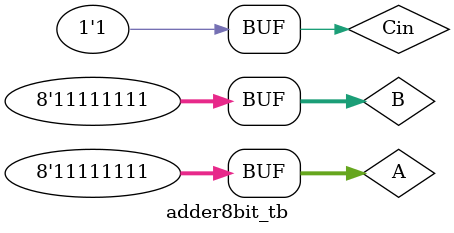
<source format=v>
`timescale 1ns/1ns
`include "8bitadder.v"

module adder8bit_tb;

    reg [7:0] A, B;
    reg Cin;
    wire [7:0] Sum;
    wire Cout; 


    // Instantiate the full adder module
    adder8bit adder8 (
        .A(A),
        .B(B),
        .Cin(Cin),
        .Sum(Sum),
        .Cout(Cout)
    );


    initial
    begin
        $dumpfile("wave.vcd");
        $dumpvars(0, adder8bit_tb);

        // Test some cases
        A = 8'b00000000; B = 8'b00000000; Cin = 0; #10;
        A = 8'b00000001; B = 8'b00000001; Cin = 0; #10;
        A = 8'b00000010; B = 8'b00000011; Cin = 0; #10;
        A = 8'b00000101; B = 8'b00000110; Cin = 1; #10;
        A = 8'b00001111; B = 8'b00000001; Cin = 0; #10;
        A = 8'b11111111; B = 8'b00000001; Cin = 0; #10;
        A = 8'b11111111; B = 8'b11111111; Cin = 1; #10;

    end

endmodule
</source>
